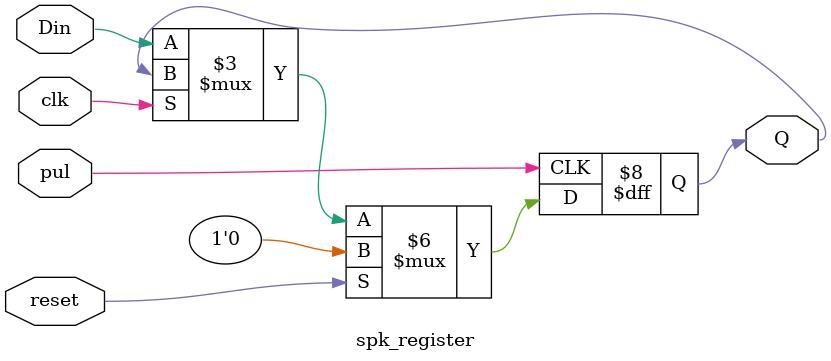
<source format=v>
`timescale 1ns / 1ps

module spk_register(input Din,input clk,input reset,input pul, output reg Q);

always@(posedge pul)
    begin
    if(reset)// operateds at clear =1
        Q<=0;
    else if(clk==0)
        Q<=Din;
    end
endmodule

</source>
